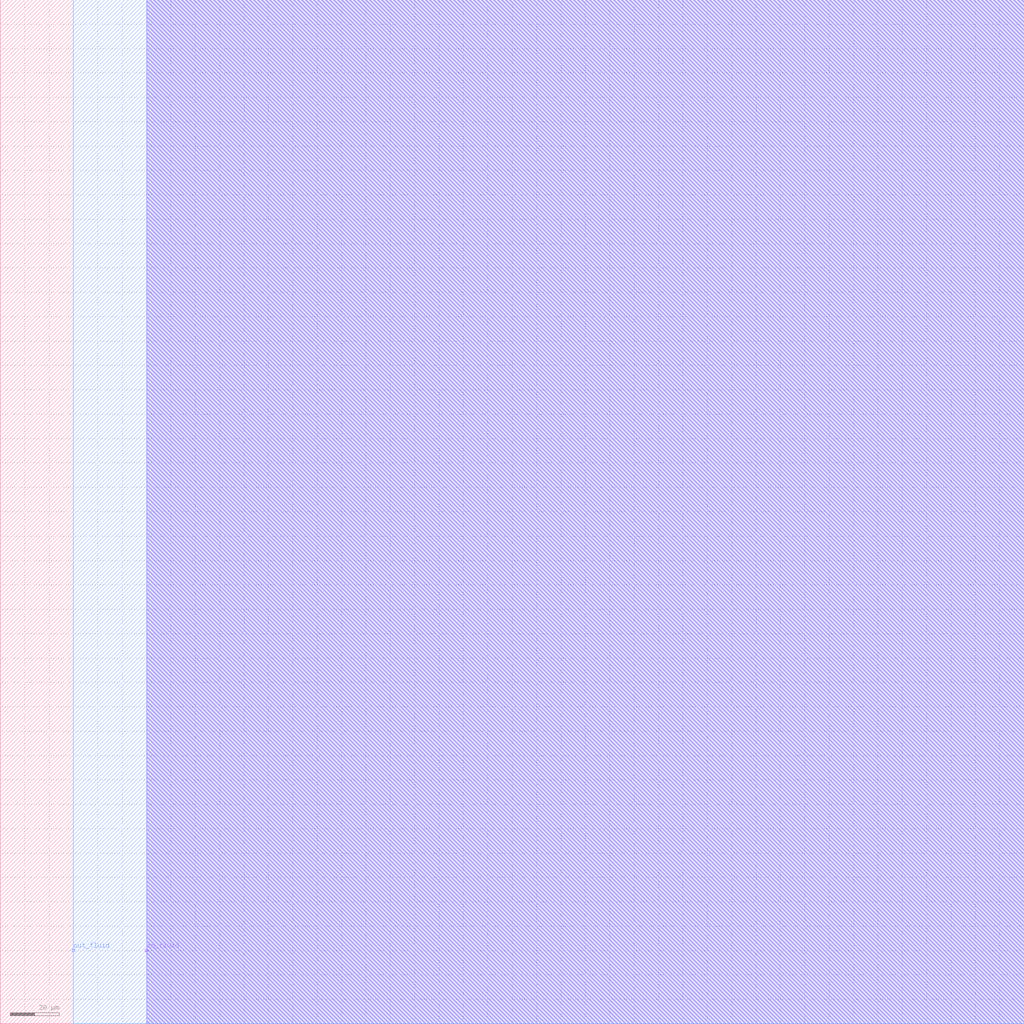
<source format=lef>
################################## FUNCTIONAL ##################################
#### 4 Layer DEV ####

MACRO serpentine_200px_3
  CLASS CORE ;
  ORIGIN  0 0 ;
  FOREIGN serpentine_200px_0 0 0 ;
  SIZE 300 BY 300 ;
  SYMMETRY X Y ;
  SITE CoreSite ;
  PIN in_fluid
    DIRECTION INPUT ;
    USE SIGNAL ;
    PORT
      LAYER met2 ;
        RECT 29.5 29.5 30.5 30.5 ;
    END
  END in_fluid
  PIN out_fluid
    DIRECTION OUTPUT ;
    USE SIGNAL ;
    PORT
      LAYER met5 ;
        RECT 29.5 29.5 30.5 30.5 ;
    END
  END out_fluid
  OBS
    LAYER met2 ;
      RECT 30 0 270 300 ;
    LAYER met3 ;
      RECT 60 0 270 300 ;
    LAYER met4 ;
      RECT 60 0 270 300 ;
    LAYER met5 ;
      RECT 30 0 270 300 ;
  END
  PROPERTY CatenaDesignType "deviceLevel" ;
END serpentine_200px_3

MACRO serpentine_300px_3
  CLASS CORE ;
  ORIGIN  0 0 ;
  FOREIGN serpentine_300px_0 0 0 ;
  SIZE 420 BY 420 ;
  SYMMETRY X Y ;
  SITE CoreSite ;
  PIN in_fluid
    DIRECTION INPUT ;
    USE SIGNAL ;
    PORT
      LAYER met2 ;
        RECT 59.5 29.5 60.5 30.5 ;
    END
  END in_fluid
  PIN out_fluid
    DIRECTION OUTPUT ;
    USE SIGNAL ;
    PORT
      LAYER met5 ;
        RECT 29.5 29.5 30.5 30.5 ;
    END
  END out_fluid
  OBS
    LAYER met2 ;
      RECT 60 0 420 420 ;
    LAYER met3 ;
      RECT 60 0 420 420 ;
    LAYER met4 ;
      RECT 60 0 420 420 ;
    LAYER met5 ;
      RECT 30 0 420 420 ;
  END
  PROPERTY CatenaDesignType "deviceLevel" ;
END serpentine_300px_3

</source>
